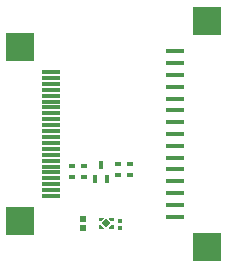
<source format=gtp>
G04*
G04 #@! TF.GenerationSoftware,Altium Limited,Altium Designer,23.4.1 (23)*
G04*
G04 Layer_Color=8421504*
%FSLAX44Y44*%
%MOMM*%
G71*
G04*
G04 #@! TF.SameCoordinates,119376F5-832C-499C-A5AA-40DF592A9E39*
G04*
G04*
G04 #@! TF.FilePolarity,Positive*
G04*
G01*
G75*
%ADD12R,2.4000X2.4000*%
%ADD13R,2.4000X2.4000*%
%ADD14R,1.6000X0.3000*%
%ADD15R,0.5500X0.4500*%
%ADD16R,0.3000X0.7100*%
%ADD17P,0.8202X4X270.0*%
%ADD18C,0.2425*%
%ADD19C,0.2700*%
%ADD20R,0.5200X0.5200*%
%ADD21R,0.3200X0.3600*%
G36*
X109954Y44764D02*
Y43764D01*
X105654D01*
Y46764D01*
X107954D01*
X109954Y44764D01*
D02*
G37*
G36*
X107959Y50264D02*
X105659D01*
Y53264D01*
X110959D01*
X107959Y50264D01*
D02*
G37*
G36*
X118714Y43764D02*
X114414D01*
Y44764D01*
X116414Y46764D01*
X118714D01*
Y43764D01*
D02*
G37*
G36*
Y50264D02*
X116414D01*
X114414Y52264D01*
Y53264D01*
X118714D01*
Y50264D01*
D02*
G37*
D12*
X197250Y220000D02*
D03*
X38750Y50500D02*
D03*
D13*
X197250Y28000D02*
D03*
X38750Y197500D02*
D03*
D14*
X170750Y54000D02*
D03*
Y64000D02*
D03*
Y74000D02*
D03*
Y84000D02*
D03*
Y94000D02*
D03*
Y104000D02*
D03*
Y114000D02*
D03*
Y124000D02*
D03*
Y134000D02*
D03*
Y144000D02*
D03*
Y154000D02*
D03*
Y164000D02*
D03*
Y174000D02*
D03*
Y184000D02*
D03*
Y194000D02*
D03*
X65250Y81500D02*
D03*
Y86500D02*
D03*
Y91500D02*
D03*
Y96500D02*
D03*
Y101500D02*
D03*
Y106500D02*
D03*
Y111500D02*
D03*
Y121500D02*
D03*
Y126500D02*
D03*
Y131500D02*
D03*
Y136500D02*
D03*
Y141500D02*
D03*
Y146500D02*
D03*
Y151500D02*
D03*
Y156500D02*
D03*
Y161500D02*
D03*
Y166500D02*
D03*
Y171500D02*
D03*
Y176500D02*
D03*
Y116500D02*
D03*
Y71500D02*
D03*
Y76500D02*
D03*
D15*
X132000Y89608D02*
D03*
Y98609D02*
D03*
X83064Y87628D02*
D03*
Y96629D02*
D03*
X122348Y98609D02*
D03*
Y89608D02*
D03*
X93064Y96629D02*
D03*
Y87628D02*
D03*
D16*
X102362Y85723D02*
D03*
X112362D02*
D03*
X107362Y97922D02*
D03*
D17*
X112184Y48514D02*
D03*
D18*
X116836Y51917D02*
D03*
Y45111D02*
D03*
D19*
X107154Y45264D02*
D03*
X107159Y51764D02*
D03*
D20*
X92610Y44220D02*
D03*
Y52220D02*
D03*
D21*
X123952Y50050D02*
D03*
Y44450D02*
D03*
M02*

</source>
